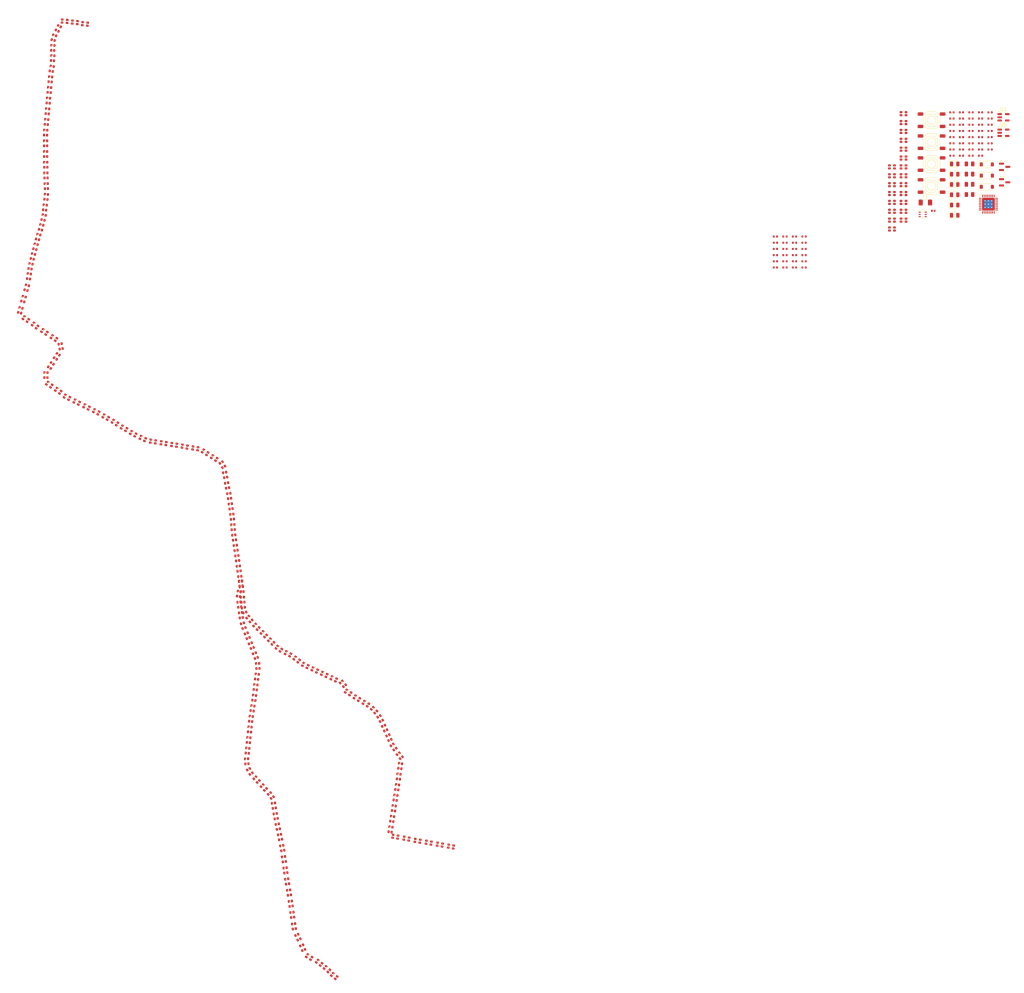
<source format=kicad_pcb>
(kicad_pcb (version 20241229) (generator "pcbnew") (generator_version "9.0")
  (layers (0 "F.Cu" signal) (2 "B.Cu" signal) (13 "F.Paste" user) (15 "B.Paste" user) (5 "F.SilkS" user "F.Silkscreen") (7 "B.SilkS" user "B.Silkscreen") (1 "F.Mask" user) (3 "B.Mask" user) (25 "Edge.Cuts" user))
  (net 0 "")
  (net 1 "VBUS")
  (net 2 "GND")
  (net 3 "+3V3")
  (net 4 "VDD_SPI")
  (net 5 "Net-(C13-Pad1)")
  (net 6 "/Reset")
  (net 7 "+5V")
  (net 8 "Net-(U2-XTAL_N)")
  (net 9 "Net-(C20-Pad1)")
  (net 10 "Net-(Q2-B)")
  (net 11 "/Antenna")
  (net 12 "Net-(AE1-A)")
  (net 13 "Net-(D2-Pad1)")
  (net 14 "Net-(D8-Pad1)")
  (net 15 "/SERVER_LED")
  (net 16 "Net-(D9-Pad1)")
  (net 17 "Net-(D10-Pad1)")
  (net 18 "Net-(D11-Pad1)")
  (net 19 "/WIFI_LED")
  (net 20 "Net-(D12-Pad1)")
  (net 21 "Net-(D100-DOUT)")
  (net 22 "LED_DATA_5V")
  (net 23 "Net-(D101-DOUT)")
  (net 24 "Net-(D102-DOUT)")
  (net 25 "Net-(D103-DOUT)")
  (net 26 "Net-(D104-DOUT)")
  (net 27 "Net-(D105-DOUT)")
  (net 28 "Net-(D106-DOUT)")
  (net 29 "Net-(D107-DOUT)")
  (net 30 "Net-(D108-DOUT)")
  (net 31 "Net-(D109-DOUT)")
  (net 32 "Net-(D110-DOUT)")
  (net 33 "Net-(D111-DOUT)")
  (net 34 "Net-(D112-DOUT)")
  (net 35 "Net-(D113-DOUT)")
  (net 36 "Net-(D114-DOUT)")
  (net 37 "Net-(D115-DOUT)")
  (net 38 "Net-(D116-DOUT)")
  (net 39 "Net-(D117-DOUT)")
  (net 40 "Net-(D118-DOUT)")
  (net 41 "Net-(D119-DOUT)")
  (net 42 "Net-(D120-DOUT)")
  (net 43 "Net-(D121-DOUT)")
  (net 44 "Net-(D122-DOUT)")
  (net 45 "Net-(D123-DOUT)")
  (net 46 "Net-(D124-DOUT)")
  (net 47 "Net-(D125-DOUT)")
  (net 48 "Net-(D126-DOUT)")
  (net 49 "Net-(D127-DOUT)")
  (net 50 "Net-(D128-DOUT)")
  (net 51 "Net-(D129-DOUT)")
  (net 52 "Net-(D130-DOUT)")
  (net 53 "Net-(D131-DOUT)")
  (net 54 "Net-(D132-DOUT)")
  (net 55 "Net-(D133-DOUT)")
  (net 56 "Net-(D134-DOUT)")
  (net 57 "Net-(D135-DOUT)")
  (net 58 "Net-(D136-DOUT)")
  (net 59 "Net-(D137-DOUT)")
  (net 60 "Net-(D138-DOUT)")
  (net 61 "Net-(D139-DOUT)")
  (net 62 "Net-(D140-DOUT)")
  (net 63 "Net-(D141-DOUT)")
  (net 64 "Net-(D142-DOUT)")
  (net 65 "Net-(D143-DOUT)")
  (net 66 "Net-(D144-DOUT)")
  (net 67 "Net-(D145-DOUT)")
  (net 68 "Net-(D146-DOUT)")
  (net 69 "Net-(D147-DOUT)")
  (net 70 "Net-(D148-DOUT)")
  (net 71 "Net-(D149-DOUT)")
  (net 72 "Net-(D150-DOUT)")
  (net 73 "Net-(D151-DOUT)")
  (net 74 "Net-(D152-DOUT)")
  (net 75 "Net-(D153-DOUT)")
  (net 76 "Net-(D154-DOUT)")
  (net 77 "Net-(D155-DOUT)")
  (net 78 "Net-(D156-DOUT)")
  (net 79 "Net-(D157-DOUT)")
  (net 80 "Net-(D158-DOUT)")
  (net 81 "Net-(D159-DOUT)")
  (net 82 "Net-(D160-DOUT)")
  (net 83 "Net-(D161-DOUT)")
  (net 84 "Net-(D162-DOUT)")
  (net 85 "Net-(D163-DOUT)")
  (net 86 "Net-(D164-DOUT)")
  (net 87 "Net-(D165-DOUT)")
  (net 88 "Net-(D166-DOUT)")
  (net 89 "Net-(D167-DOUT)")
  (net 90 "Net-(D168-DOUT)")
  (net 91 "Net-(D169-DOUT)")
  (net 92 "Net-(D170-DOUT)")
  (net 93 "Net-(D171-DOUT)")
  (net 94 "Net-(D172-DOUT)")
  (net 95 "Net-(D173-DOUT)")
  (net 96 "Net-(D174-DOUT)")
  (net 97 "Net-(D175-DOUT)")
  (net 98 "Net-(D176-DOUT)")
  (net 99 "Net-(D177-DOUT)")
  (net 100 "Net-(D178-DOUT)")
  (net 101 "Net-(D179-DOUT)")
  (net 102 "Net-(D180-DOUT)")
  (net 103 "Net-(D181-DOUT)")
  (net 104 "Net-(D182-DOUT)")
  (net 105 "Net-(D183-DOUT)")
  (net 106 "Net-(D184-DOUT)")
  (net 107 "Net-(D185-DOUT)")
  (net 108 "Net-(D186-DOUT)")
  (net 109 "Net-(D187-DOUT)")
  (net 110 "Net-(D188-DOUT)")
  (net 111 "Net-(D189-DOUT)")
  (net 112 "Net-(D190-DOUT)")
  (net 113 "Net-(D191-DOUT)")
  (net 114 "Net-(D192-DOUT)")
  (net 115 "Net-(D193-DOUT)")
  (net 116 "Net-(D194-DOUT)")
  (net 117 "Net-(D195-DOUT)")
  (net 118 "Net-(D196-DOUT)")
  (net 119 "Net-(D197-DOUT)")
  (net 120 "Net-(D198-DOUT)")
  (net 121 "Net-(D199-DOUT)")
  (net 122 "Net-(D200-DOUT)")
  (net 123 "Net-(D201-DOUT)")
  (net 124 "Net-(D202-DOUT)")
  (net 125 "Net-(D203-DOUT)")
  (net 126 "Net-(D204-DOUT)")
  (net 127 "Net-(D205-DOUT)")
  (net 128 "Net-(D206-DOUT)")
  (net 129 "Net-(D207-DOUT)")
  (net 130 "Net-(D208-DOUT)")
  (net 131 "Net-(D209-DOUT)")
  (net 132 "Net-(D210-DOUT)")
  (net 133 "Net-(D211-DOUT)")
  (net 134 "Net-(D212-DOUT)")
  (net 135 "Net-(D213-DOUT)")
  (net 136 "Net-(D214-DOUT)")
  (net 137 "Net-(D215-DOUT)")
  (net 138 "Net-(D216-DOUT)")
  (net 139 "Net-(D217-DOUT)")
  (net 140 "Net-(D218-DOUT)")
  (net 141 "Net-(D219-DOUT)")
  (net 142 "Net-(D220-DOUT)")
  (net 143 "Net-(D221-DOUT)")
  (net 144 "Net-(D222-DOUT)")
  (net 145 "Net-(D223-DOUT)")
  (net 146 "Net-(D224-DOUT)")
  (net 147 "Net-(D225-DOUT)")
  (net 148 "Net-(D226-DOUT)")
  (net 149 "Net-(D227-DOUT)")
  (net 150 "Net-(D228-DOUT)")
  (net 151 "Net-(D229-DOUT)")
  (net 152 "Net-(D230-DOUT)")
  (net 153 "Net-(D231-DOUT)")
  (net 154 "Net-(D232-DOUT)")
  (net 155 "Net-(D233-DOUT)")
  (net 156 "Net-(D234-DOUT)")
  (net 157 "Net-(D235-DOUT)")
  (net 158 "Net-(D236-DOUT)")
  (net 159 "Net-(D237-DOUT)")
  (net 160 "Net-(D238-DOUT)")
  (net 161 "Net-(D239-DOUT)")
  (net 162 "Net-(D240-DOUT)")
  (net 163 "Net-(D241-DOUT)")
  (net 164 "Net-(D242-DOUT)")
  (net 165 "Net-(D243-DOUT)")
  (net 166 "Net-(D244-DOUT)")
  (net 167 "Net-(D245-DOUT)")
  (net 168 "Net-(D246-DOUT)")
  (net 169 "Net-(D247-DOUT)")
  (net 170 "Net-(D248-DOUT)")
  (net 171 "Net-(D249-DOUT)")
  (net 172 "Net-(D250-DOUT)")
  (net 173 "Net-(D251-DOUT)")
  (net 174 "Net-(D252-DOUT)")
  (net 175 "Net-(D253-DOUT)")
  (net 176 "Net-(D254-DOUT)")
  (net 177 "Net-(D255-DOUT)")
  (net 178 "Net-(D256-DOUT)")
  (net 179 "Net-(D257-DOUT)")
  (net 180 "Net-(D258-DOUT)")
  (net 181 "Net-(D259-DOUT)")
  (net 182 "Net-(D260-DOUT)")
  (net 183 "Net-(D261-DOUT)")
  (net 184 "Net-(D262-DOUT)")
  (net 185 "Net-(D263-DOUT)")
  (net 186 "Net-(D264-DOUT)")
  (net 187 "Net-(D265-DOUT)")
  (net 189 "Net-(U2-XTAL_P)")
  (net 190 "Net-(Q1-G)")
  (net 191 "/BOOT_IO9_BUTTON")
  (net 192 "/MODE_BUTTON")
  (net 193 "/SDA")
  (net 194 "/SCL")
  (net 195 "Net-(U2-U0TXD)")
  (net 196 "/MCU_TX")
  (net 197 "Net-(U4-CC1)")
  (net 198 "Net-(U4-CC2)")
  (net 199 "Net-(U5-Y)")
  (net 200 "/LED_POWER_EN")
  (net 201 "/+BRIGHTNESS_BUTTON")
  (net 202 "/-BRIGHTNESS_BUTTON")
  (net 205 "/D+")
  (net 208 "/D-")
  (net 211 "/MCU_RX")
  (net 212 "/LED_DATA_3V3")
  (footprint "PCM_JLCPCB:LED-SMD_4P-L1.6-W1.5_XL-1615RGBC-WS2812B" (layer "F.Cu") (at 163.692356 336.836238 98.12746384)
    (property "Reference" "D239" (hide yes))
    (property "Value" "XL-1615RGBC-WS2812B-S")
  )
  (footprint "PCM_JLCPCB:LED-SMD_4P-L1.6-W1.5_XL-1615RGBC-WS2812B" (layer "F.Cu") (at 194.016653 298.417551 81.06344446)
    (property "Reference" "D196" (hide yes))
    (property "Value" "XL-1615RGBC-WS2812B-S")
  )
  (footprint "PCM_JLCPCB:LED-SMD_4P-L1.6-W1.5_XL-1615RGBC-WS2812B" (layer "F.Cu") (at 112.940565 188.029606 150.6128082)
    (property "Reference" "D147" (hide yes))
    (property "Value" "XL-1615RGBC-WS2812B-S")
  )
  (footprint "PCM_JLCPCB:C_0402" (layer "F.Cu") (at 316.015 138.145)
    (property "Reference" "C122" (hide yes))
    (property "Value" "10uF")
  )
  (footprint "PCM_JLCPCB:C_0402" (layer "F.Cu") (at 363.015 93.645)
    (property "Reference" "C11" (hide yes))
    (property "Value" "10uF")
  )
  (footprint "PCM_JLCPCB:LED-SMD_4P-L1.6-W1.5_XL-1615RGBC-WS2812B" (layer "F.Cu") (at 91.997402 161.086866 146.9379685)
    (property "Reference" "D134" (hide yes))
    (property "Value" "XL-1615RGBC-WS2812B-S")
  )
  (footprint "PCM_JLCPCB:LED-SMD_4P-L1.6-W1.5_XL-1615RGBC-WS2812B" (layer "F.Cu") (at 104.644049 183.113918 152.470955)
    (property "Reference" "D144" (hide yes))
    (property "Value" "XL-1615RGBC-WS2812B-S")
  )
  (footprint "PCM_JLCPCB:LED-SMD_4P-L1.6-W1.5_XL-1615RGBC-WS2812B" (layer "F.Cu") (at 147.630684 233.051525 98.10319137)
    (property "Reference" "D168" (hide yes))
    (property "Value" "XL-1615RGBC-WS2812B-S")
  )
  (footprint "PCM_JLCPCB:LED-SMD_4P-L1.6-W1.5_XL-1615RGBC-WS2812B" (layer "F.Cu") (at 87.301369 130.868916 74.51652283)
    (property "Reference" "D123" (hide yes))
    (property "Value" "XL-1615RGBC-WS2812B-S")
  )
  (footprint "PCM_JLCPCB:LED-SMD_4P-L1.6-W1.5_XL-1615RGBC-WS2812B" (layer "F.Cu") (at 159.539155 310.159405 101.3689561)
    (property "Reference" "D231" (hide yes))
    (property "Value" "XL-1615RGBC-WS2812B-S")
  )
  (footprint "PCM_JLCPCB:LED-SMD_4P-L1.6-W1.5_XL-1615RGBC-WS2812B" (layer "F.Cu") (at 194.513384 295.259596 81.1290161)
    (property "Reference" "D195" (hide yes))
    (property "Value" "XL-1615RGBC-WS2812B-S")
  )
  (footprint "PCM_JLCPCB:LED-SMD_4P-L1.6-W1.5_XL-1615RGBC-WS2812B" (layer "F.Cu") (at 93.323254 68.569362 62.58059565)
    (property "Reference" "D103" (hide yes))
    (property "Value" "XL-1615RGBC-WS2812B-S")
  )
  (footprint "PCM_JLCPCB:C_0402" (layer "F.Cu") (at 313.165 134.445)
    (property "Reference" "C114" (hide yes))
    (property "Value" "10uF")
  )
  (footprint "PCM_JLCPCB:LED-SMD_4P-L1.6-W1.5_XL-1615RGBC-WS2812B" (layer "F.Cu") (at 342.265 123.195)
    (property "Reference" "D251" (hide yes))
    (property "Value" "XL-1615RGBC-WS2812B-S")
  )
  (footprint "PCM_JLCPCB:LED-SMD_4P-L1.6-W1.5_XL-1615RGBC-WS2812B" (layer "F.Cu") (at 154.673372 295.370509 132.1387823)
    (property "Reference" "D226" (hide yes))
    (property "Value" "XL-1615RGBC-WS2812B-S")
  )
  (footprint "PCM_JLCPCB:LED-SMD_4P-L1.6-W1.5_XL-1615RGBC-WS2812B" (layer "F.Cu") (at 149.728691 249.994307 112.5578861)
    (property "Reference" "D211" (hide yes))
    (property "Value" "XL-1615RGBC-WS2812B-S")
  )
  (footprint "PCM_JLCPCB:LED-SMD_4P-L1.6-W1.5_XL-1615RGBC-WS2812B" (layer "F.Cu") (at 207.250627 312.423485 170.0406199)
    (property "Reference" "D204" (hide yes))
    (property "Value" "XL-1615RGBC-WS2812B-S")
  )
  (footprint "PCM_JLCPCB:LED-SMD_4P-L1.6-W1.5_XL-1615RGBC-WS2812B" (layer "F.Cu") (at 345.715 117.895)
    (property "Reference" "D263" (hide yes))
    (property "Value" "XL-1615RGBC-WS2812B-S")
  )
  (footprint "PCM_JLCPCB:LED-SMD_4P-L1.6-W1.5_XL-1615RGBC-WS2812B" (layer "F.Cu") (at 107.472877 184.717217 150.2082359)
    (property "Reference" "D145" (hide yes))
    (property "Value" "XL-1615RGBC-WS2812B-S")
  )
  (footprint "PCM_JLCPCB:LED-SMD_4P-L1.6-W1.5_XL-1615RGBC-WS2812B" (layer "F.Cu") (at 85.021747 139.641083 78.33784625)
    (property "Reference" "D126" (hide yes))
    (property "Value" "XL-1615RGBC-WS2812B-S")
  )
  (footprint "PCM_JLCPCB:LED-SMD_4P-L1.6-W1.5_XL-1615RGBC-WS2812B" (layer "F.Cu") (at 203.925639 311.84331 169.5764176)
    (property "Reference" "D203" (hide yes))
    (property "Value" "XL-1615RGBC-WS2812B-S")
  )
  (footprint "PCM_JLCPCB:C_0402" (layer "F.Cu") (at 365.865 95.495)
    (property "Reference" "C37" (hide yes))
    (property "Value" "1.5pF")
  )
  (footprint "PCM_JLCPCB:LED-SMD_4P-L1.6-W1.5_XL-1615RGBC-WS2812B" (layer "F.Cu") (at 98.822866 180.213723 153.6115789)
    (property "Reference" "D142" (hide yes))
    (property "Value" "XL-1615RGBC-WS2812B-S")
  )
  (footprint "PCM_JLCPCB:LED-SMD_4P-L1.6-W1.5_XL-1615RGBC-WS2812B" (layer "F.Cu") (at 195.415625 288.930696 81.10347487)
    (property "Reference" "D193" (hide yes))
    (property "Value" "XL-1615RGBC-WS2812B-S")
  )
  (footprint "PCM_JLCPCB:LED-SMD_4P-L1.6-W1.5_XL-1615RGBC-WS2812B" (layer "F.Cu") (at 342.265 117.895)
    (property "Reference" "D249" (hide yes))
    (property "Value" "XL-1615RGBC-WS2812B-S")
  )
  (footprint "PCM_JLCPCB:LED-SMD_4P-L1.6-W1.5_XL-1615RGBC-WS2812B" (layer "F.Cu") (at 162.723988 330.079713 98.51548523)
    (property "Reference" "D237" (hide yes))
    (property "Value" "XL-1615RGBC-WS2812B-S")
  )
  (footprint "PCM_JLCPCB:LED-SMD_4P-L1.6-W1.5_XL-1615RGBC-WS2812B" (layer "F.Cu") (at 147.846472 243.878812 98.28748839)
    (property "Reference" "D209" (hide yes))
    (property "Value" "XL-1615RGBC-WS2812B-S")
  )
  (footprint "PCM_JLCPCB:LED-SMD_4P-L1.6-W1.5_XL-1615RGBC-WS2812B" (layer "F.Cu") (at 342.265 112.595)
    (property "Reference" "D247" (hide yes))
    (property "Value" "XL-1615RGBC-WS2812B-S")
  )
  (footprint "PCM_JLCPCB:R_0402" (layer "F.Cu") (at 368.715 106.595)
    (property "Reference" "R15" (hide yes))
    (property "Value" "510Ω" (hide yes))
  )
  (footprint "PCM_JLCPCB:D_0805" (layer "F.Cu") (at 361.005 121.335)
    (property "Reference" "D11" (hide yes))
    (property "Value" "Red")
  )
  (footprint "PCM_JLCPCB:LED-SMD_4P-L1.6-W1.5_XL-1615RGBC-WS2812B" (layer "F.Cu") (at 161.649578 323.440383 99.66526258)
    (property "Reference" "D235" (hide yes))
    (property "Value" "XL-1615RGBC-WS2812B-S")
  )
  (footprint "PCM_JLCPCB:C_0805" (layer "F.Cu") (at 365.435 112.095)
    (property "Reference" "C15" (hide yes))
    (property "Value" "47uF")
  )
  (footprint "PCM_JLCPCB:R_0402" (layer "F.Cu") (at 368.715 93.645)
    (property "Reference" "R5" (hide yes))
    (property "Value" "10kΩ" (hide yes))
  )
  (footprint "PCM_JLCPCB:C_0402" (layer "F.Cu") (at 307.465 130.745)
    (property "Reference" "C100" (hide yes))
    (property "Value" "10uF")
  )
  (footprint "PCM_JLCPCB:C_0402" (layer "F.Cu") (at 316.015 134.445)
    (property "Reference" "C120" (hide yes))
    (property "Value" "10uF")
  )
  (footprint "PCM_JLCPCB:LED-SMD_4P-L1.6-W1.5_XL-1615RGBC-WS2812B" (layer "F.Cu") (at 345.715 101.995)
    (property "Reference" "D257" (hide yes))
    (property "Value" "XL-1615RGBC-WS2812B-S")
  )
  (footprint "PCM_JLCPCB:C_0402" (layer "F.Cu") (at 307.465 139.995)
    (property "Reference" "C105" (hide yes))
    (property "Value" "10uF")
  )
  (footprint "PCM_JLCPCB:LED-SMD_4P-L1.6-W1.5_XL-1615RGBC-WS2812B" (layer "F.Cu") (at 85.72415 136.702827 75.21204263)
    (property "Reference" "D125" (hide yes))
    (property "Value" "XL-1615RGBC-WS2812B-S")
  )
  (footprint "PCM_JLCPCB:LED-SMD_4P-L1.6-W1.5_XL-1615RGBC-WS2812B" (layer "F.Cu") (at 90.956529 83.779071 84.38549827)
    (property "Reference" "D108" (hide yes))
    (property "Value" "XL-1615RGBC-WS2812B-S")
  )
  (footprint "PCM_JLCPCB:LED-SMD_4P-L1.6-W1.5_XL-1615RGBC-WS2812B" (layer "F.Cu") (at 143.723541 205.128108 100.6031237)
    (property "Reference" "D159" (hide yes))
    (property "Value" "XL-1615RGBC-WS2812B-S")
  )
  (footprint "PCM_JLCPCB:LED-SMD_4P-L1.6-W1.5_XL-1615RGBC-WS2812B" (layer "F.Cu") (at 342.265 125.845)
    (property "Reference" "D252" (hide yes))
    (property "Value" "XL-1615RGBC-WS2812B-S")
  )
  (footprint "PCM_JLCPCB:LED-SMD_4P-L1.6-W1.5_XL-1615RGBC-WS2812B" (layer "F.Cu") (at 345.715 125.845)
    (property "Reference" "D266" (hide yes))
    (property "Value" "XL-1615RGBC-WS2812B-S")
  )
  (footprint "PCM_JLCPCB:SW-SMD_4P-L5.1-W5.1-P3.70-LS6.5-TL-2" (layer "F.Cu") (at 354.09 115.645)
    (property "Reference" "S4" (hide yes))
    (property "Value" "Tactile Button, 160gf")
  )
  (footprint "PCM_JLCPCB:R_0402" (layer "F.Cu") (at 365.865 106.595)
    (property "Reference" "R4" (hide yes))
    (property "Value" "5.1kΩ" (hide yes))
  )
  (footprint "PCM_JLCPCB:R_0402" (layer "F.Cu") (at 371.565 97.345)
    (property "Reference" "R18" (hide yes))
    (property "Value" "510Ω" (hide yes))
  )
  (footprint "PCM_JLCPCB:LED-SMD_4P-L1.6-W1.5_XL-1615RGBC-WS2812B" (layer "F.Cu") (at 149.825147 284.35705 84.24120958)
    (property "Reference" "D222" (hide yes))
    (property "Value" "XL-1615RGBC-WS2812B-S")
  )
  (footprint "PCM_JLCPCB:R_0402" (layer "F.Cu") (at 368.715 101.045)
    (property "Reference" "R12" (hide yes))
    (property "Value" "10kΩ" (hide yes))
  )
  (footprint "PCM_JLCPCB:LED-SMD_4P-L1.6-W1.5_XL-1615RGBC-WS2812B" (layer "F.Cu") (at 178.297007 264.389324 130.9644764)
    (property "Reference" "D183" (hide yes))
    (property "Value" "XL-1615RGBC-WS2812B-S")
  )
  (footprint "PCM_JLCPCB:LED-SMD_4P-L1.6-W1.5_XL-1615RGBC-WS2812B" (layer "F.Cu") (at 148.798601 242.348161 106.0182355)
    (property "Reference" "D171" (hide yes))
    (property "Value" "XL-1615RGBC-WS2812B-S")
  )
  (footprint "PCM_JLCPCB:LED-SMD_4P-L1.6-W1.5_XL-1615RGBC-WS2812B" (layer "F.Cu") (at 152.163239 255.940302 111.8528385)
    (property "Reference" "D213" (hide yes))
    (property "Value" "XL-1615RGBC-WS2812B-S")
  )
  (footprint "PCM_JLCPCB:LED-SMD_4P-L1.6-W1.5_XL-1615RGBC-WS2812B" (layer "F.Cu") (at 168.236702 346.008753 147.7613003)
    (property "Reference" "D242" (hide yes))
    (property "Value" "XL-1615RGBC-WS2812B-S")
  )
  (footprint "PCM_JLCPCB:LED-SMD_4P-L1.6-W1.5_XL-1615RGBC-WS2812B" (layer "F.Cu") (at 169.901425 260.241647 154.6232114)
    (property "Reference" "D180" (hide yes))
    (property "Value" "XL-1615RGBC-WS2812B-S")
  )
  (footprint "PCM_JLCPCB:LED-SMD_4P-L1.6-W1.5_XL-1615RGBC-WS2812B" (layer "F.Cu") (at 101.735206 181.660351 153.5247349)
    (property "Reference" "D143" (hide yes))
    (property "Value" "XL-1615RGBC-WS2812B-S")
  )
  (footprint "PCM_JLCPCB:LED-SMD_4P-L1.6-W1.5_XL-1615RGBC-WS2812B" (layer "F.Cu") (at 90.07775 93.316635 85.02138193)
    (property "Reference" "D111" (hide yes))
    (property "Value" "XL-1615RGBC-WS2812B-S")
  )
  (footprint "PCM_JLCPCB:LED-SMD_4P-L1.6-W1.5_XL-1615RGBC-WS2812B" (layer "F.Cu") (at 124.757344 192.480456 171.0046992)
    (property "Reference" "D151" (hide yes))
    (property "Value" "XL-1615RGBC-WS2812B-S")
  )
  (footprint "PCM_JLCPCB:LED-SMD_4P-L1.6-W1.5_XL-1615RGBC-WS2812B" (layer "F.Cu") (at 89.576809 109.291046 90.80866663)
    (property "Reference" "D116" (hide yes))
    (property "Value" "XL-1615RGBC-WS2812B-S")
  )
  (footprint "PCM_JLCPCB:LED-SMD_4P-L1.6-W1.5_XL-1615RGBC-WS2812B" (layer "F.Cu") (at 182.491111 268.673436 148.4356006)
    (property "Reference" "D185" (hide yes))
    (property "Value" "XL-1615RGBC-WS2812B-S")
  )
  (footprint "Fuse:Fuse_1206_3216Metric" (layer "F.Cu") (at 352.245 120.575)
    (property "Reference" "F1")
    (property "Value" "Polyfuse, 2A")
  )
  (footprint "PCM_JLCPCB:C_0402" (layer "F.Cu") (at 363.015 102.895)
    (property "Reference" "C19" (hide yes))
    (property "Value" "27pF")
  )
  (footprint "PCM_JLCPCB:LED-SMD_4P-L1.6-W1.5_XL-1615RGBC-WS2812B" (layer "F.Cu") (at 195.276953 285.86414 127.8353683)
    (property "Reference" "D192" (hide yes))
    (property "Value" "XL-1615RGBC-WS2812B-S")
  )
  (footprint "PCM_JLCPCB:LED-SMD_4P-L1.6-W1.5_XL-1615RGBC-WS2812B" (layer "F.Cu") (at 342.265 115.245)
    (property "Reference" "D248" (hide yes))
    (property "Value" "XL-1615RGBC-WS2812B-S")
  )
  (footprint "PCM_JLCPCB:LED-SMD_4P-L1.6-W1.5_XL-1615RGBC-WS2812B" (layer "F.Cu") (at 152.891013 259.053127 93.57392775)
    (property "Reference" "D214" (hide yes))
    (property "Value" "XL-1615RGBC-WS2812B-S")
  )
  (footprint "PCM_JLCPCB:D_0805" (layer "F.Cu") (at 361.005 109.055)
    (property "Reference" "D2" (hide yes))
    (property "Value" "Red")
  )
  (footprint "Package_TO_SOT_SMD:TSOT-23-5" (layer "F.Cu") (at 375.565 95.12)
    (property "Reference" "U1")
    (property "Value" "RT9080-33GJ5")
  )
  (footprint "PCM_JLCPCB:LED-SMD_4P-L1.6-W1.5_XL-1615RGBC-WS2812B" (layer "F.Cu") (at 342.265 109.945)
    (property "Reference" "D246" (hide yes))
    (property "Value" "XL-1615RGBC-WS2812B-S")
  )
  (footprint "PCM_JLCPCB:L_0402" (layer "F.Cu") (at 365.865 99.195)
    (property "Reference" "L5" (hide yes))
    (property "Value" "15nH,300mA")
  )
  (footprint "PCM_JLCPCB:LED-SMD_4P-L1.6-W1.5_XL-1615RGBC-WS2812B" (layer "F.Cu") (at 164.874021 340.066038 115.5921377)
    (property "Reference" "D240" (hide yes))
    (property "Value" "XL-1615RGBC-WS2812B-S")
  )
  (footprint "PCM_JLCPCB:LED-SMD_4P-L1.6-W1.5_XL-1615RGBC-WS2812B" (layer "F.Cu") (at 143.152896 201.982083 102.06966)
    (property "Reference" "D158" (hide yes))
    (property "Value" "XL-1615RGBC-WS2812B-S")
  )
  (footprint "PCM_JLCPCB:C_0402" (layer "F.Cu") (at 360.165 104.745)
    (property "Reference" "C8" (hide yes))
    (property "Value" "10uF")
  )
  (footprint "PCM_JLCPCB:LED-SMD_4P-L1.6-W1.5_XL-1615RGBC-WS2812B" (layer "F.Cu") (at 147.252139 237.507594 80.05628013)
    (property "Reference" "D207" (hide yes))
    (property "Value" "XL-1615RGBC-WS2812B-S")
  )
  (footprint "PCM_JLCPCB:LED-SMD_4P-L1.6-W1.5_XL-1615RGBC-WS2812B" (layer "F.Cu") (at 171.212828 347.745772 141.0366459)
    (property "Reference" "D243" (hide yes))
    (property "Value" "XL-1615RGBC-WS2812B-S")
  )
  (footprint "PCM_JLCPCB:LED-SMD_4P-L1.6-W1.5_XL-1615RGBC-WS2812B" (layer "F.Cu") (at 139.864513 196.927005 147.6189304)
    (property "Reference" "D156" (hide yes))
    (property "Value" "XL-1615RGBC-WS2812B-S")
  )
  (footprint "PCM_JLCPCB:LED-SMD_4P-L1.6-W1.5_XL-1615RGBC-WS2812B" (layer "F.Cu") (at 89.624594 172.1399 88.79770322)
    (property "Reference" "D138" (hide yes))
    (property "Value" "XL-1615RGBC-WS2812B-S")
  )
  (footprint "PCM_JLCPCB:LED-SMD_4P-L1.6-W1.5_XL-1615RGBC-WS2812B" (layer "F.Cu") (at 94.023355 163.549864 101.2762242)
    (property "Reference" "D135" (hide yes))
    (property "Value" "XL-1615RGBC-WS2812B-S")
  )
  (footprint "PCM_JLCPCB:LED-SMD_4P-L1.6-W1.5_XL-1615RGBC-WS2812B" (layer "F.Cu") (at 164.510122 257.124369 142.8170126)
    (property "Reference" "D178" (hide yes))
    (property "Value" "XL-1615RGBC-WS2812B-S")
  )
  (footprint "PCM_JLCPCB:LED-SMD_4P-L1.6-W1.5_XL-1615RGBC-WS2812B" (layer "F.Cu") (at 179.870442 266.963516 147.7560515)
    (property "Reference" "D184" (hide yes))
    (property "Value" "XL-1615RGBC-WS2812B-S")
  )
  (footprint "PCM_JLCPCB:R_0402" (layer "F.Cu") (at 368.715 97.345)
    (property "Reference" "R8" (hide yes))
    (property "Value" "10kΩ" (hide yes))
  )
  (footprint "PCM_JLCPCB:LED-SMD_4P-L1.6-W1.5_XL-1615RGBC-WS2812B" (layer "F.Cu") (at 146.762998 226.858967 98.51157777)
    (property "Reference" "D166" (hide yes))
    (property "Value" "XL-1615RGBC-WS2812B-S")
  )
  (footprint "PCM_JLCPCB:LED-SMD_4P-L1.6-W1.5_XL-1615RGBC-WS2812B" (layer "F.Cu") (at 151.316732 271.70545 80.65080173)
    (property "Reference" "D218" (hide yes))
    (property "Value" "XL-1615RGBC-WS2812B-S")
  )
  (footprint "PCM_JLCPCB:LED-SMD_4P-L1.6-W1.5_XL-1615RGBC-WS2812B" (layer "F.Cu") (at 121.599139 191.980962 171.0132219)
    (property "Reference" "D150" (hide yes))
    (property "Value" "XL-1615RGBC-WS2812B-S")
  )
  (footprint "PCM_JLCPCB:C_0402" (layer "F.Cu") (at 360.165 97.345)
    (property "Reference" "C3" (hide yes))
    (property "Value" "10uF")
  )
  (footprint "PCM_JLCPCB:C_0402" (layer "F.Cu") (at 307.465 138.145)
    (property "Reference" "C104" (hide yes))
    (property "Value" "10uF")
  )
  (footprint "PCM_JLCPCB:LED-SMD_4P-L1.6-W1.5_XL-1615RGBC-WS2812B" (layer "F.Cu") (at 145.232662 214.452911 96.86927449)
    (property "Reference" "D162" (hide yes))
    (property "Value" "XL-1615RGBC-WS2812B-S")
  )
  (footprint "PCM_JLCPCB:LED-SMD_4P-L1.6-W1.5_XL-1615RGBC-WS2812B" (layer "F.Cu") (at 197.286235 310.63083 169.6712327)
    (property "Reference" "D201" (hide yes))
    (property "Value" "XL-1615RGBC-WS2812B-S")
  )
  (footprint "PCM_JLCPCB:LED-SMD_4P-L1.6-W1.5_XL-1615RGBC-WS2812B" (layer "F.Cu") (at 89.70291 118.881942 84.03570919)
    (property "Reference" "D119" (hide yes))
    (property "Value" "XL-1615RGBC-WS2812B-S")
  )
  (footprint "PCM_JLCPCB:LED-SMD_4P-L1.6-W1.5_XL-1615RGBC-WS2812B" (layer "F.Cu") (at 144.799242 211.356561 98.14852017)
    (property "Reference" "D161" (hide yes))
    (property "Value" "XL-1615RGBC-WS2812B-S")
  )
  (footprint "PCM_JLCPCB:C_0402" (layer "F.Cu") (at 313.165 138.145)
    (property "Reference" "C116" (hide yes))
    (property "Value" "10uF")
  )
  (footprint "PCM_JLCPCB:LED-SMD_4P-L1.6-W1.5_XL-1615RGBC-WS2812B" (layer "F.Cu") (at 345.715 112.595)
    (property "Reference" "D261" (hide yes))
    (property "Value" "XL-1615RGBC-WS2812B-S")
  )
  (footprint "PCM_JLCPCB:LED-SMD_4P-L1.6-W1.5_XL-1615RGBC-WS2812B" (layer "F.Cu") (at 166.290003 343.225389 113.6225351)
    (property "Reference" "D241" (hide yes))
    (property "Value" "XL-1615RGBC-WS2812B-S")
  )
  (footprint "PCM_JLCPCB:LED-SMD_4P-L1.6-W1.5_XL-1615RGBC-WS2812B" (layer "F.Cu") (at 189.438371 274.775415 118.6199515)
    (property "Reference" "D188" (hide yes))
    (property "Value" "XL-1615RGBC-WS2812B-S")
  )
  (footprint "PCM_JLCPCB:R_0402" (layer "F.Cu") (at 371.565 104.745)
    (property "Reference" "R25" (hide yes))
    (property "Value" "100kΩ" (hide yes))
  )
  (footprint "PCM_JLCPCB:C_0402" (layer "F.Cu") (at 310.315 130.745)
    (property "Reference" "C106" (hide yes))
    (property "Value" "10uF")
  )
  (footprint "PCM_JLCPCB:Lite-On_LTR-303ALS-01" (layer "F.Cu") (at 351.445 124.13)
    (property "Reference" "U3" (hide yes))
    (property "Value" "LTR-303ALS-01")
  )
  (footprint "PCM_JLCPCB:LED-SMD_4P-L1.6-W1.5_XL-1615RGBC-WS2812B" (layer "F.Cu") (at 150.847312 274.852869 83.01122779)
    (property "Reference" "D219" (hide yes))
    (property "Value" "XL-1615RGBC-WS2812B-S")
  )
  (footprint "PCM_JLCPCB:LED-SMD_4P-L1.6-W1.5_XL-1615RGBC-WS2812B" (layer "F.Cu") (at 89.325854 122.058093 83.13298065)
    (property "Reference" "D120" (hide yes))
    (property "Value" "XL-1615RGBC-WS2812B-S")
  )
  (footprint "PCM_JLCPCB:LED-SMD_4P-L1.6-W1.5_XL-1615RGBC-WS2812B" (layer "F.Cu") (at 150.495919 278.016108 83.66558471)
    (property "Reference" "D220" (hide yes))
    (property "Value" "XL-1615RGBC-WS2812B-S")
  )
  (footprint "PCM_JLCPCB:LED-SMD_4P-L1.6-W1.5_XL-1615RGBC-WS2812B" (layer "F.Cu") (at 147.18662 229.956608 98.16736486)
    (property "Reference" "D167" (hide yes))
    (property "Value" "XL-1615RGBC-WS2812B-S")
  )
  (footprint "PCM_JLCPCB:LED-SMD_4P-L1.6-W1.5_XL-1615RGBC-WS2812B" (layer "F.Cu") (at 90.656999 86.954129 84.78124593)
    (property "Reference" "D109" (hide yes))
    (property "Value" "XL-1615RGBC-WS2812B-S")
  )
  (footprint "PCM_JLCPCB:LED-SMD_4P-L1.6-W1.5_XL-1615RGBC-WS2812B" (layer "F.Cu") (at 148.542835 247.009141 108.8115517)
    (property "Reference" "D210" (hide yes))
    (property "Value" "XL-1615RGBC-WS2812B-S")
  )
  (footprint "PCM_JLCPCB:C_0402" (layer "F.Cu") (at 313.165 130.745)
    (property "Reference" "C112" (hide yes))
    (property "Value" "10uF")
  )
  (footprint "PCM_JLCPCB:LED-SMD_4P-L1.6-W1.5_XL-1615RGBC-WS2812B" (layer "F.Cu") (at 162.22131 326.754311 98.63659136)
    (property "Reference" "D236" (hide yes))
    (property "Value" "XL-1615RGBC-WS2812B-S")
  )
  (footprint "PCM_JLCPCB:LED-SMD_4P-L1.6-W1.5_XL-1615RGBC-WS2812B" (layer "F.Cu") (at 161.90399 255.40964 152.7638843)
    (property "Reference" "D177" (hide yes))
    (property "Value" "XL-1615RGBC-WS2812B-S")
  )
  (footprint "PCM_JLCPCB:R_0402" (layer "F.Cu") (at 368.715 104.745)
    (property "Reference" "R14" (hide yes))
    (property "Value" "5.1kΩ" (hide yes))
  )
  (footprint "PCM_JLCPCB:D_0805" (layer "F.Cu") (at 361.005 112.125)
    (property "Reference" "D8" (hide yes))
    (property "Value" "Green")
  )
  (footprint "PCM_JLCPCB:LED-SMD_4P-L1.6-W1.5_XL-1615RGBC-WS2812B" (layer "F.Cu") (at 89.166805 159.24107 146.7864693)
    (property "Reference" "D133" (hide yes))
    (property "Value" "XL-1615RGBC-WS2812B-S")
  )
  (footprint "PCM_JLCPCB:C_0402" (layer "F.Cu") (at 310.315 134.445)
    (property "Reference" "C108" (hide yes))
    (property "Value" "10uF")
  )
  (footprint "PCM_JLCPCB:LED-SMD_4P-L1.6-W1.5_XL-1615RGBC-WS2812B" (layer "F.Cu") (at 342.265 120.545)
    (property "Reference" "D250" (hide yes))
    (property "Value" "XL-1615RGBC-WS2812B-S")
  )
  (footprint "PCM_JLCPCB:C_0402" (layer "F.Cu") (at 360.165 93.645)
    (property "Reference" "C1" (hide yes))
    (property "Value" "10uF")
  )
  (footprint "PCM_JLCPCB:LED-SMD_4P-L1.6-W1.5_XL-1615RGBC-WS2812B" (layer "F.Cu") (at 89.628693 112.490252 91.79897092)
    (property "Reference" "D117" (hide yes))
    (property "Value" "XL-1615RGBC-WS2812B-S")
  )
  (footprint "PCM_JLCPCB:LED-SMD_4P-L1.6-W1.5_XL-1615RGBC-WS2812B" (layer "F.Cu") (at 175.566721 262.904573 154.7982169)
    (property "Reference" "D182" (hide yes))
    (property "Value" "XL-1615RGBC-WS2812B-S")
  )
  (footprint "PCM_JLCPCB:D_SOD-123" (layer "F.Cu") (at 370.595 115.895)
    (property "Reference" "D5" (hide yes))
    (property "Value" "MM1W5V6")
  )
  (footprint "PCM_JLCPCB:LED-SMD_4P-L1.6-W1.5_XL-1615RGBC-WS2812B" (layer "F.Cu") (at 95.21573 66.414586 -3.925809971)
    (property "Reference" "D102" (hide yes))
    (property "Value" "XL-1615RGBC-WS2812B-S")
  )
  (footprint "PCM_JLCPCB:LED-SMD_4P-L1.6-W1.5_XL-1615RGBC-WS2812B" (layer "F.Cu") (at 89.539174 106.09176 90.12443276)
    (property "Reference" "D115" (hide yes))
    (property "Value" "XL-1615RGBC-WS2812B-S")
  )
  (footprint "PCM_JLCPCB:LED-SMD_4P-L1.6-W1.5_XL-1615RGBC-WS2812B" (layer "F.Cu") (at 86.372275 157.343628 142.3323344)
    (property "Reference" "D132" (hide yes))
    (property "Value" "XL-1615RGBC-WS2812B-S")
  )
  (footprint "PCM_JLCPCB:LED-SMD_4P-L1.6-W1.5_XL-1615RGBC-WS2812B" (layer "F.Cu") (at 89.737602 115.686868 91.9772127)
    (property "Reference" "D118" (hide yes))
    (property "Value" "XL-1615RGBC-WS2812B-S")
  )
  (footprint "PCM_JLCPCB:C_0402" (layer "F.Cu") (at 316.015 130.745)
    (property "Reference" "C118" (hide yes))
    (property "Value" "10uF")
  )
  (footprint "PCM_JLCPCB:LED-SMD_4P-L1.6-W1.5_XL-1615RGBC-WS2812B" (layer "F.Cu") (at 193.518316 301.575252 80.93862963)
    (property "Reference" "D197" (hide yes))
    (property "Value" "XL-1615RGBC-WS2812B-S")
  )
  (footprint "PCM_JLCPCB:LED-SMD_4P-L1.6-W1.5_XL-1615RGBC-WS2812B" (layer "F.Cu") (at 192.525184 307.891209 80.87896875)
    (property "Reference" "D199" (hide yes))
    (property "Value" "XL-1615RGBC-WS2812B-S")
  )
  (footprint "PCM_JLCPCB:LED-SMD_4P-L1.6-W1.5_XL-1615RGBC-WS2812B" (layer "F.Cu") (at 146.295218 223.767575 98.63629163)
    (property "Reference" "D165" (hide yes))
    (property "Value" "XL-1615RGBC-WS2812B-S")
  )
  (footprint "PCM_JLCPCB:LED-SMD_4P-L1.6-W1.5_XL-1615RGBC-WS2812B" (layer "F.Cu") (at 159.176389 253.888879 143.918763)
    (property "Reference" "D176" (hide yes))
    (property "Value" "XL-1615RGBC-WS2812B-S")
  )
  (footprint "PCM_JLCPCB:LED-SMD_4P-L1.6-W1.5_XL-1615RGBC-WS2812B" (layer "F.Cu") (at 175.710192 351.697857 140.9270439)
    (property "Reference" "D245" (hide yes))
    (property "Value" "XL-1615RGBC-WS2812B-S")
  )
  (footprint "PCM_JLCPCB:LED-SMD_4P-L1.6-W1.5_XL-1615RGBC-WS2812B" (layer "F.Cu") (at 83.608398 155.402115 146.3683831)
    (property "Reference" "D131" (hide yes))
    (property "Value" "XL-1615RGBC-WS2812B-S")
  )
  (footprint "PCM_JLCPCB:LED-SMD_4P-L1.6-W1.5_XL-1615RGBC-WS2812B" (layer "F.Cu") (at 152.464893 247.342206 134.6552759)
    (property "Reference" "D173" (hide yes))
    (property "Value" "XL-1615RGBC-WS2812B-S")
  )
  (footprint "PCM_JLCPCB:C_0402" (layer "F.Cu") (at 307.465 132.595)
    (property "Reference" "C101" (hide yes))
    (property "Value" "10uF")
  )
  (footprint "PCM_JLCPCB:LED-SMD_4P-L1.6-W1.5_XL-1615RGBC-WS2812B" (layer "F.Cu") (at 147.819387 234.374107 95.2938331)
    (property "Reference" "D206" (hide yes))
    (property "Value" "XL-1615RGBC-WS2812B-S")
  )
  (footprint "PCM_JLCPCB:C_0402" (layer "F.Cu") (at 313.165 139.995)
    (property "Reference" "C117" (hide yes))
    (property "Value" "10uF")
  )
  (footprint "PCM_JLCPCB:LED-SMD_4P-L1.6-W1.5_XL-1615RGBC-WS2812B" (layer "F.Cu") (at 154.678462 249.550322 135.1034712)
    (property "Reference" "D174" (hide yes))
    (property "Value" "XL-1615RGBC-WS2812B-S")
  )
  (footprint "PCM_JLCPCB:C_0402" (layer "F.Cu") (at 363.015 95.495)
    (property "Reference" "C12" (hide yes))
    (property "Value" "10uF")
  )
  (footprint "PCM_JLCPCB:LED-SMD_4P-L1.6-W1.5_XL-1615RGBC-WS2812B" (layer "F.Cu") (at 152.632274 262.249554 82.54976327)
    (property "Reference" "D215" (hide yes))
    (property "Value" "XL-1615RGBC-WS2812B-S")
  )
  (footprint "PCM_JLCPCB:C_0402" (layer "F.Cu") (at 360.165 101.045)
    (property "Reference" "C6" (hide yes))
    (property "Value" "10uF")
  )
  (footprint "PCM_JLCPCB:LED-SMD_4P-L1.6-W1.5_XL-1615RGBC-WS2812B" (layer "F.Cu") (at 150.501357 290.559836 120.5511233)
    (property "Reference" "D224" (hide yes))
    (property "Value" "XL-1615RGBC-WS2812B-S")
  )
  (footprint "PCM_JLCPCB:LED-SMD_4P-L1.6-W1.5_XL-1615RGBC-WS2812B" (layer "F.Cu") (at 345.715 99.345)
    (property "Reference" "D256" (hide yes))
    (property "Value" "XL-1615RGBC-WS2812B-S")
  )
  (footprint "PCM_JLCPCB:R_0402" (layer "F.Cu") (at 371.565 102.895)
    (property "Reference" "R23" (hide yes))
    (property "Value" "100kΩ" (hide yes))
  )
  (footprint "PCM_JLCPCB:LED-SMD_4P-L1.6-W1.5_XL-1615RGBC-WS2812B" (layer "F.Cu") (at 150.948938 252.966077 112.2452438)
    (property "Reference" "D212" (hide yes))
    (property "Value" "XL-1615RGBC-WS2812B-S")
  )
  (footprint "PCM_JLCPCB:LED-SMD_4P-L1.6-W1.5_XL-1615RGBC-WS2812B" (layer "F.Cu") (at 91.635973 77.444215 85.1941953)
    (property "Reference" "D106" (hide yes))
    (property "Value" "XL-1615RGBC-WS2812B-S")
  )
  (footprint "PCM_JLCPCB:LED-SMD_4P-L1.6-W1.5_XL-1615RGBC-WS2812B" (layer "F.Cu") (at 156.8933 251.757175 135.1034672)
    (property "Reference" "D175" (hide yes))
    (property "Value" "XL-1615RGBC-WS2812B-S")
  )
  (footprint "PCM_JLCPCB:LED-SMD_4P-L1.6-W1.5_XL-1615RGBC-WS2812B" (layer "F.Cu") (at 161.158119 320.113471 98.08043656)
    (property "Reference" "D234" (hide yes))
    (property "Value" "XL-1615RGBC-WS2812B-S")
  )
  (footprint "PCM_JLCPCB:D_0805" (layer "F.Cu") (at 361.005 118.265)
    (property "Reference" "D10" (hide yes))
    (property "Value" "Red")
  )
  (footprint "PCM_JLCPCB:LED-SMD_4P-L1.6-W1.5_XL-1615RGBC-WS2812B" (layer "F.Cu") (at 82.928037 149.4232 73.84671352)
    (property "Reference" "D129" (hide yes))
    (property "Value" "XL-1615RGBC-WS2812B-S")
  )
  (footprint "PCM_JLCPCB:LED-SMD_4P-L1.6-W1.5_XL-1615RGBC-WS2812B" (layer "F.Cu") (at 172.73465 261.571794 154.7982156)
    (property "Reference" "D181" (hide yes))
    (property "Value" "XL-1615RGBC-WS2812B-S")
  )
  (footprint "PCM_JLCPCB:LED-SMD_4P-L1.6-W1.5_XL-1615RGBC-WS2812B" (layer "F.Cu") (at 145.494467 217.568136 94.03358939)
    (property "Reference" "D163" (hide yes))
    (property "Value" "XL-1615RGBC-WS2812B-S")
  )
  (footprint "PCM_JLCPCB:LED-SMD_4P-L1.6-W1.5_XL-1615RGBC-WS2812B" (layer "F.Cu") (at 150.378655 245.014486 130.5755037)
    (property "Reference" "D172" (hide yes))
    (property "Value" "XL-1615RGBC-WS2812B-S")
  )
  (footprint "PCM_JLCPCB:LED-SMD_4P-L1.6-W1.5_XL-1615RGBC-WS2812B" (layer "F.Cu") (at 131.068623 193.508611 169.0429975)
    (property "Reference" "D153" (hide yes))
    (property "Value" "XL-1615RGBC-WS2812B-S")
  )
  (footprint "PCM_JLCPCB:C_0402" (layer "F.Cu") (at 363.015 104.745)
    (property "Reference" "C20" (hide yes))
    (property "Value" "27pF")
  )
  (footprint "PCM_JLCPCB:LED-SMD_4P-L1.6-W1.5_XL-1615RGBC-WS2812B" (layer "F.Cu") (at 163.201848 333.40875 98.15190455)
    (property "Reference" "D238" (hide yes))
    (property "Value" "XL-1615RGBC-WS2812B-S")
  )
  (footprint "PCM_JLCPCB:LED-SMD_4P-L1.6-W1.5_XL-1615RGBC-WS2812B" (layer "F.Cu") (at 158.239448 303.916761 100.80507)
    (property "Reference" "D229" (hide yes))
    (property "Value" "XL-1615RGBC-WS2812B-S")
  )
  (footprint "PCM_JLCPCB:LED-SMD_4P-L1.6-W1.5_XL-1615RGBC-WS2812B" (layer "F.Cu") (at 144.354384 208.261759 98.06374596)
    (property "Reference" "D160" (hide yes))
    (property "Value" "XL-1615RGBC-WS2812B-S")
  )
  (footprint "PCM_JLCPCB:LED-SMD_4P-L1.6-W1.5_XL-1615RGBC-WS2812B" (layer "F.Cu") (at 110.230025 186.335057 147.2192686)
    (property "Reference" "D146" (hide yes))
    (property "Value" "XL-1615RGBC-WS2812B-S")
  )
  (footprint "PCM_JLCPCB:LED-SMD_4P-L1.6-W1.5_XL-1615RGBC-WS2812B" (layer "F.Cu") (at 92.863337 166.568272 57.01815436)
    (property "Reference" "D136" (hide yes))
    (property "Value" "XL-1615RGBC-WS2812B-S")
  )
  (footprint "PCM_JLCPCB:R_0402" (layer "F.Cu") (at 365.865 101.045)
    (property "Reference" "R1" (hide yes))
    (property "Value" "10kΩ" (hide yes))
  )
  (footprint "PCM_JLCPCB:C_0402" (layer "F.Cu") (at 310.315 139.995)
    (property "Reference" "C111" (hide yes))
    (property "Value" "10uF")
  )
  (footprint "PCM_JLCPCB:LED-SMD_4P-L1.6-W1.5_XL-1615RGBC-WS2812B" (layer "F.Cu") (at 192.045027 280.465907 113.6678496)
    (property "Reference" "D190" (hide yes))
    (property "Value" "XL-1615RGBC-WS2812B-S")
  )
  (footprint "PCM_JLCPCB:LED-SMD_4P-L1.6-W1.5_XL-1615RGBC-WS2812B" (layer "F.Cu") (at 156.789178 297.753961 125.5040293)
    (property "Reference" "D227" (hide yes))
    (property "Value" "XL-1615RGBC-WS2812B-S")
  )
  (footprint "PCM_JLCPCB:LED-SMD_4P-L1.6-W1.5_XL-1615RGBC-WS2812B" (layer "F.Cu") (at 93.298723 176.840354 145.0336554)
    (property "Reference" "D140" (hide yes))
    (property "Value" "XL-1615RGBC-WS2812B-S")
  )
  (footprint "PCM_JLCPCB:LED-SMD_4P-L1.6-W1.5_XL-1615RGBC-WS2812B" (layer "F.Cu") (at 210.575446 313.00449 170.0363202)
    (property "Reference" "D205" (hide yes))
    (property "Value" "XL-1615RGBC-WS2812B-S")
  )
  (footprint "PCM_JLCPCB:C_0402" (layer "F.Cu") (at 363.015 101.045)
    (property "Reference" "C16" (hide yes))
    (property "Value" "10uF")
  )
  (footprint "PCM_JLCPCB:LED-SMD_4P-L1.6-W1.5_XL-1615RGBC-WS2812B" (layer "F.Cu") (at 91.349072 80.619053 78.58938346)
    (property "Reference" "D107" (hide yes))
    (property "Value" "XL-1615RGBC-WS2812B-S")
  )
  (footprint "PCM_JLCPCB:LED-SMD_4P-L1.6-W1.5_XL-1615RGBC-WS2812B" (layer "F.Cu") (at 98.266598 66.746528 -6.194729446)
    (property "Reference" "D101" (hide yes))
    (property "Value" "XL-1615RGBC-WS2812B-S")
  )
  (footprint "PCM_JLCPCB:LED-SMD_4P-L1.6-W1.5_XL-1615RGBC-WS2812B" (layer "F.Cu") (at 185.156642 270.31412 148.6670891)
    (property "Reference" "D186" (hide yes))
    (property "Value" "XL-1615RGBC-WS2812B-S")
  )
  (footprint "PCM_JLCPCB:C_0402" (layer "F.Cu") (at 316.015 139.995)
    (property "Reference" "C123" (hide yes))
    (property "Value" "10uF")
  )
  (footprint "PCM_JLCPCB:C_0805" (layer "F.Cu") (at 365.435 118.195)
    (property "Reference" "C18" (hide yes))
    (property "Value" "47uF")
  )
  (footprint "PCM_JLCPCB:C_0402" (layer "F.Cu") (at 307.465 134.445)
    (property "Reference" "C102" (hide yes))
    (property "Value" "10uF")
  )
  (footprint "Package_TO_SOT_SMD:SOT-23-5" (layer "F.Cu") (at 375.565 99.745)
    (property "Reference" "U5")
    (property "Value" "SN74LV1T34DBV")
  )
  (footprint "PCM_JLCPCB:LED-SMD_4P-L1.6-W1.5_XL-1615RGBC-WS2812B" (layer "F.Cu") (at 149.595237 287.533854 93.84639038)
    (property "Reference" "D223" (hide yes))
    (property "Value" "XL-1615RGBC-WS2812B-S")
  )
  (footprint "PCM_JLCPCB:C_0402" (layer "F.Cu") (at 313.165 136.295)
    (property "Reference" "C115" (hide yes))
    (property "Value" "10uF")
  )
  (footprint "PCM_JLCPCB:C_0402" (layer "F.Cu") (at 313.165 132.595)
    (property "Reference" "C113" (hide yes))
    (property "Value" "10uF")
  )
  (footprint "PCM_JLCPCB:C_0402" (layer "F.Cu") (at 360.165 106.595)
    (property "Reference" "C9" (hide yes))
    (property "Value" "10uF")
  )
  (footprint "PCM_JLCPCB:D_SOD-123" (layer "F.Cu") (at 370.595 112.545)
    (property "Reference" "D4" (hide yes))
    (property "Value" "MM1W5V6")
  )
  (footprint "PCM_JLCPCB:L_0402" (layer "F.Cu") (at 365.865 97.345)
    (property "Reference" "L1" (hide yes))
    (property "Value" "2.7nH")
  )
  (footprint "PCM_JLCPCB:D_DFN1006-2L" (layer "F.Cu") (at 354.6 123.055)
    (property "Reference" "D13" (hide yes))
    (property "Value" "H3V3U10B")
  )
  (footprint "PCM_JLCPCB:SW-SMD_4P-L5.1-W5.1-P3.70-LS6.5-TL-2" (layer "F.Cu") (at 354.09 95.995)
    (property "Reference" "S1" (hide yes))
    (property "Value" "Tactile Button, 160gf")
  )
  (footprint "PCM_JLCPCB:LED-SMD_4P-L1.6-W1.5_XL-1615RGBC-WS2812B" (layer "F.Cu") (at 81.976741 152.791939 74.30050514)
    (property "Reference" "D130" (hide yes))
    (property "Value" "XL-1615RGBC-WS2812B-S")
  )
  (footprint "PCM_JLCPCB:LED-SMD_4P-L1.6-W1.5_XL-1615RGBC-WS2812B" (layer "F.Cu") (at 345.715 94.045)
    (property "Reference" "D254" (hide yes))
    (property "Value" "XL-1615RGBC-WS2812B-S")
  )
  (footprint "PCM_JLCPCB:LED-SMD_4P-L1.6-W1.5_XL-1615RGBC-WS2812B" (layer "F.Cu") (at 88.935957 125.053464 76.21137872)
    (property "Reference" "D121" (hide yes))
    (property "Value" "XL-1615RGBC-WS2812B-S")
  )
  (footprint "PCM_JLCPCB:LED-SMD_4P-L1.6-W1.5_XL-1615RGBC-WS2812B" (layer "F.Cu") (at 194.975399 292.096668 83.2909022)
    (property "Reference" "D194" (hide yes))
    (property "Value" "XL-1615RGBC-WS2812B-S")
  )
  (footprint "PCM_JLCPCB:C_0805" (layer "F.Cu") (at 365.435 115.145)
    (property "Reference" "C17" (hide yes))
    (property "Value" "47uF")
  )
  (footprint "PCM_JLCPCB:LED-SMD_4P-L1.6-W1.5_XL-1615RGBC-WS2812B" (layer "F.Cu") (at 200.597263 311.282925 170.0417444)
    (property "Reference" "D202" (hide yes))
    (property "Value" "XL-1615RGBC-WS2812B-S")
  )
  (footprint "PCM_JLCPCB:LED-SMD_4P-L1.6-W1.5_XL-1615RGBC-WS2812B" (layer "F.Cu") (at 91.093262 169.296141 56.94907978)
    (property "Reference" "D137" (hide yes))
    (property "Value" "XL-1615RGBC-WS2812B-S")
  )
  (footprint "PCM_JLCPCB:LED-SMD_4P-L1.6-W1.5_XL-1615RGBC-WS2812B" (layer "F.Cu") (at 193.421718 283.261026 125.0796571)
    (property "Reference" "D191" (hide yes))
    (property "Value" "XL-1615RGBC-WS2812B-S")
  )
  (footprint "PCM_JLCPCB:LED-SMD_4P-L1.6-W1.5_XL-1615RGBC-WS2812B" (layer "F.Cu") (at 137.165366 195.212841 147.555593)
    (property "Reference" "D155" (hide yes))
    (property "Value" "XL-1615RGBC-WS2812B-S")
  )
  (footprint "PCM_JLCPCB:LED-SMD_4P-L1.6-W1.5_XL-1615RGBC-WS2812B" (layer "F.Cu") (at 84.551868 142.625298 81.8391779)
    (property "Reference" "D127" (hide yes))
    (property "Value" "XL-1615RGBC-WS2812B-S")
  )
  (footprint "PCM_JLCPCB:C_0402" (layer "F.Cu") (at 310.315 132.595)
    (property "Reference" "C107" (hide yes))
    (property "Value" "10uF")
  )
  (footprint "PCM_JLCPCB:LED-SMD_4P-L1.6-W1.5_XL-1615RGBC-WS2812B" (layer "F.Cu") (at 190.762997 277.610528 114.3817315)
    (property "Reference" "D189" (hide yes))
    (property "Value" "XL-1615RGBC-WS2812B-S")
  )
  (footprint "PCM_JLCPCB:D_0805" (layer "F.Cu") (at 361.005 115.195)
    (property "Reference" "D9" (hide yes))
    (property "Value" "Green")
  )
  (footprint "PCM_JLCPCB:LED-SMD_4P-L1.6-W1.5_XL-1615RGBC-WS2812B" (layer "F.Cu") (at 342.265 128.495)
    (property "Reference" "D253" (hide yes))
    (property "Value" "XL-1615RGBC-WS2812B-S")
  )
  (footprint "PCM_JLCPCB:LED-SMD_4P-L1.6-W1.5_XL-1615RGBC-WS2812B" (layer "F.Cu") (at 187.603813 272.252516 133.3801462)
    (property "Reference" "D187" (hide yes))
    (property "Value" "XL-1615RGBC-WS2812B-S")
  )
  (footprint "PCM_JLCPCB:C_0402" (layer "F.Cu") (at 310.315 138.145)
    (property "Reference" "C110" (hide yes))
    (property "Value" "10uF")
  )
  (footprint "PCM_JLCPCB:LED-SMD_4P-L1.6-W1.5_XL-1615RGBC-WS2812B" (layer "F.Cu") (at 127.914796 192.983736 171.4360291)
    (property "Reference" "D152" (hide yes))
    (property "Value" "XL-1615RGBC-WS2812B-S")
  )
  (footprint "PCM_JLCPCB:C_0402" (layer "F.Cu") (at 316.015 136.295)
    (property "Reference" "C121" (hide yes))
    (property "Value" "10uF")
  )
  (footprint "PCM_JLCPCB:R_0402" (layer "F.Cu") (at 371.565 95.495)
    (property "Reference" "R17" (hide yes))
    (property "Value" "10kΩ" (hide yes))
  )
  (footprint "PCM_JLCPCB:LED-SMD_4P-L1.6-W1.5_XL-1615RGBC-WS2812B" (layer "F.Cu") (at 101.288124 67.225037 -6.263766192)
    (property "Reference" "D100" (hide yes))
    (property "Value" "XL-1615RGBC-WS2812B-S")
  )
  (footprint "PCM_JLCPCB:D_0805" (layer "F.Cu") (at 361.005 124.405)
    (property "Reference" "D12" (hide yes))
    (property "Value" "Green")
  )
  (footprint "PCM_JLCPCB:LED-SMD_4P-L1.6-W1.5_XL-1615RGBC-WS2812B" (layer "F.Cu") (at 167.078771 258.897134 153.6901327)
    (property "Reference" "D179" (hide yes))
    (property "Value" "XL-1615RGBC-WS2812B-S")
  )
  (footprint "PCM_JLCPCB:LED-SMD_4P-L1.6-W1.5_XL-1615RGBC-WS2812B" (layer "F.Cu") (at 115.683649 189.669539 150.7786088)
    (property "Reference" "D148" (hide yes))
    (property "Value" "XL-1615RGBC-WS2812B-S")
  )
  (footprint "PCM_JLCPCB:LED-SMD_4P-L1.6-W1.5_XL-1615RGBC-WS2812B" (layer "F.Cu") (at 89.530356 102.892136 90.14297104)
    (property "Reference" "D114" (hide yes))
    (property "Value" "XL-1615RGBC-WS2812B-S")
  )
  (footprint "PCM_JLCPCB:LED-SMD_4P-L1.6-W1.5_XL-1615RGBC-WS2812B" (layer "F.Cu") (at 90.3666 90.130067 84.95086647)
    (property "Reference" "D110" (hide yes))
    (property "Value" "XL-1615RGBC-WS2812B-S")
  )
  (footprint "PCM_JLCPCB:C_0402" (layer "F.Cu") (at 310.315 136.295)
    (property "Reference" "C109" (hide yes))
    (property "Value" "10uF")
  )
  (footprint "PCM_JLCPCB:R_0402" (layer "F.Cu") (at 371.565 99.195)
    (property "Reference" "R21" (hide yes))
    (property "Value" "10kΩ" (hide yes))
  )
  (footprint "PCM_JLCPCB:LED-SMD_4P-L1.6-W1.5_XL-1615RGBC-WS2812B" (layer "F.Cu") (at 157.693742 300.775522 99.47163118)
    (property "Reference" "D228" (hide yes))
    (property "Value" "XL-1615RGBC-WS2812B-S")
  )
  (footprint "PCM_JLCPCB:LED-SMD_4P-L1.6-W1.5_XL-1615RGBC-WS2812B" (layer "F.Cu") (at 89.793671 96.503617 84.58182652)
    (property "Reference" "D112" (hide yes))
    (property "Value" "XL-1615RGBC-WS2812B-S")
  )
  (footprint "PCM_JLCPCB:C_0402" (layer "F.Cu") (at 316.015 132.595)
    (property "Reference" "C119" (hide yes))
    (property "Value" "10uF")
  )
  (footprint "PCM_JLCPCB:R_0402" (layer "F.Cu") (at 365.865 102.895)
    (property "Reference" "R2" (hide yes))
    (property "Value" "10kΩ" (hide yes))
  )
  (footprint "PCM_JLCPCB:C_0402" (layer "F.Cu") (at 360.165 99.195)
    (property "Reference" "C4" (hide yes))
    (property "Value" "10uF")
  )
  (footprint "PCM_JLCPCB:LED-SMD_4P-L1.6-W1.5_XL-1615RGBC-WS2812B" (layer "F.Cu") (at 134.222145 194.035827 170.667524)
    (property "Reference" "D154" (hide yes))
    (property "Value" "XL-1615RGBC-WS2812B-S")
  )
  (footprint "PCM_JLCPCB:LED-SMD_4P-L1.6-W1.5_XL-1615RGBC-WS2812B" (layer "F.Cu") (at 147.396236 240.697954 98.01740634)
    (property "Reference" "D208" (hide yes))
    (property "Value" "XL-1615RGBC-WS2812B-S")
  )
  (footprint "PCM_JLCPCB:Q_SOT-23" (layer "F.Cu") (at 375.915 109.92)
    (property "Reference" "Q1" (hide yes))
    (property "Value" "HL3415A")
  )
  (footprint "PCM_JLCPCB:LED-SMD_4P-L1.6-W1.5_XL-1615RGBC-WS2812B" (layer "F.Cu") (at 148.077541 236.145922 97.40481349)
    (property "Reference" "D169" (hide yes))
    (property "Value" "XL-1615RGBC-WS2812B-S")
  )
  (footprint "PCM_JLCPCB:Q_SOT-23" (layer "F.Cu") (at 375.915 114.545)
    (property "Reference" "Q2" (hide yes))
    (property "Value" "MMBT3904")
  )
  (footprint "PCM_JLCPCB:R_0402" (layer "F.Cu") (at 368.715 102.895)
    (property "Reference" "R13" (hide yes))
    (property "Value" "5.1kΩ" (hide yes))
  )
  (footprint "PCM_JLCPCB:D_SOD-123" (layer "F.Cu") (at 370.595 109.195)
    (property "Reference" "D1" (hide yes))
    (property "Value" "MMSZ5227B")
  )
  (footprint "PCM_JLCPCB:C_0805" (layer "F.Cu") (at 365.435 109.045)
    (property "Reference" "C5" (hide yes))
    (property "Value" "47uF")
  )
  (footprint "PCM_JLCPCB:LED-SMD_4P-L1.6-W1.5_XL-1615RGBC-WS2812B" (layer "F.Cu") (at 345.715 104.645)
    (property "Reference" "D258" (hide yes))
    (property "Value" "XL-1615RGBC-WS2812B-S")
  )
  (footprint "PCM_JLCPCB:LED-SMD_4P-L1.6-W1.5_XL-1615RGBC-WS2812B" (layer "F.Cu") (at 193.020062 304.732968 81.03912639)
    (property "Reference" "D198" (hide yes))
    (property "Value" "XL-1615RGBC-WS2812B-S")
  )
  (footprint "PCM_JLCPCB:LED-SMD_4P-L1.6-W1.5_XL-1615RGBC-WS2812B" (layer "F.Cu") (at 92.009553 71.337664 72.55068014)
    (property "Reference" "D104" (hide yes))
    (property "Value" "XL-1615RGBC-WS2812B-S")
  )
  (footprint "PCM_JLCPCB:C_0402" (layer "F.Cu") (at 363.015 99.195)
    (property "Reference" "C14" (hide yes))
    (property "Value" "10uF")
  )
  (footprint "PCM_JLCPCB:LED-SMD_4P-L1.6-W1.5_XL-1615RGBC-WS2812B" (layer "F.Cu") (at 142.328483 198.911027 120.310945)
    (property "Reference" "D157" (hide yes))
    (property "Value" "XL-1615RGBC-WS2812B-S")
  )
  (footprint "PCM_JLCPCB:C_0402" (layer "F.Cu") (at 307.465 136.295)
    (property "Reference" "C103" (hide yes))
    (property "Value" "10uF")
  )
  (footprint "PCM_JLCPCB:C_0402" (layer "F.Cu") (at 365.865 93.645)
    (property "Reference" "C36" (hide yes))
    (property "Value" "1.5pF")
  )
  (footprint "PCM_JLCPCB:LED-SMD_4P-L1.6-W1.5_XL-1615RGBC-WS2812B" (layer "F.Cu") (at 91.680666 74.380027 87.02922101)
    (property "Reference" "D105" (hide yes))
    (property "Value" "XL-1615RGBC-WS2812B-S")
  )
  (footprint "PCM_JLCPCB:LED-SMD_4P-L1.6-W1.5_XL-1615RGBC-WS2812B" (layer "F.Cu") (at 345.715 109.945)
    (property "Reference" "D260" (hide yes))
    (property "Value" "XL-1615RGBC-WS2812B-S")
  )
  (footprint "PCM_JLCPCB:LED-SMD_4P-L1.6-W1.5_XL-1615RGBC-WS2812B" (layer "F.Cu") (at 345.715 107.295)
    (property "Reference" "D259" (hide yes))
    (property "Value" "XL-1615RGBC-WS2812B-S")
  )
  (footprint "PCM_JLCPCB:R_0402" (layer "F.Cu") (at 365.865 104.745)
    (property "Reference" "R3" (hide yes))
    (property "Value" "10kΩ" (hide yes))
  )
  (footprint "PCM_JLCPCB:LED-SMD_4P-L1.6-W1.5_XL-1615RGBC-WS2812B" (layer "F.Cu") (at 152.525445 293.014174 132.2880357)
    (property "Reference" "D225" (hide yes))
    (property "Value" "XL-1615RGBC-WS2812B-S")
  )
  (footprint "PCM_JLCPCB:LED-SMD_4P-L1.6-W1.5_XL-1615RGBC-WS2812B" (layer "F.Cu") (at 95.91132 178.765561 152.1003311)
    (property "Reference" "D141" (hide yes))
    (property "Value" "XL-1615RGBC-WS2812B-S")
  )
  (footprint "PCM_JLCPCB:R_0402" (layer "F.Cu") (at 368.715 95.495)
    (property "Reference" "R7" (hide yes))
    (property "Value" "510Ω" (hide yes))
  )
  (footprint "PCM_JLCPCB:LED-SMD_4P-L1.6-W1.5_XL-1615RGBC-WS2812B" (layer "F.Cu") (at 150.146152 281.18527 83.76008364)
    (property "Reference" "D221" (hide yes))
    (property "Value" "XL-1615RGBC-WS2812B-S")
  )
  (footprint "PCM_JLCPCB:SW-SMD_4P-L5.1-W5.1-P3.70-LS6.5-TL-2" (layer "F.Cu") (at 354.09 102.545)
    (property "Reference" "S2" (hide yes))
    (property "Value" "Tactile Button, 160gf")
  )
  (footprint "PCM_JLCPCB:LED-SMD_4P-L1.6-W1.5_XL-1615RGBC-WS2812B" (layer "F.Cu") (at 173.545472 349.635053 138.0148769)
    (property "Reference" "D244" (hide yes))
    (property "Value" "XL-1615RGBC-WS2812B-S")
  )
  (footprint "PCM_JLCPCB:QFN-32-1EP_5x5mm_P0.5mm_EP3.7x3.7mm_ThermalVias" (layer "F.Cu") (at 371.07 121.07)
    (property "Reference" "U2" (hide yes))
    (property "Value" "ESP32-C3FH4")
  )
  (footprint "PCM_JLCPCB:LED-SMD_4P-L1.6-W1.5_XL-1615RGBC-WS2812B" (layer "F.Cu") (at 345.715 120.545)
    (property "Reference" "D264" (hide yes))
    (property "Value" "XL-1615RGBC-WS2812B-S")
  )
  (footprint "PCM_JLCPCB:R_0402" (layer "F.Cu") (at 371.565 101.045)
    (property "Reference" "R22" (hide yes))
    (property "Value" "100kΩ" (hide yes))
  )
  (footprint "PCM_JLCPCB:SW-SMD_4P-L5.1-W5.1-P3.70-LS6.5-TL-2" (layer "F.Cu") (at 354.09 109.095)
    (property "Reference" "S3" (hide yes))
    (property "Value" "Tactile Button, 160gf")
  )
  (footprint "PCM_JLCPCB:C_0402" (layer "F.Cu") (at 363.015 97.345)
    (property "Reference" "C13" (hide yes))
    (property "Value" "10uF")
  )
  (footprint "PCM_JLCPCB:LED-SMD_4P-L1.6-W1.5_XL-1615RGBC-WS2812B" (layer "F.Cu") (at 345.715 115.245)
    (property "Reference" "D262" (hide yes))
    (property "Value" "XL-1615RGBC-WS2812B-S")
  )
  (footprint "PCM_JLCPCB:R_0402" (layer "F.Cu") (at 371.565 93.645)
    (property "Reference" "R16" (hide yes))
    (property "Value" "100kΩ" (hide yes))
  )
  (footprint "PCM_JLCPCB:LED-SMD_4P-L1.6-W1.5_XL-1615RGBC-WS2812B" (layer "F.Cu") (at 118.545839 191.094322 154.3090563)
    (property "Reference" "D149" (hide yes))
    (property "Value" "XL-1615RGBC-WS2812B-S")
  )
  (footprint "PCM_JLCPCB:LED-SMD_4P-L1.6-W1.5_XL-1615RGBC-WS2812B" (layer "F.Cu") (at 345.715 96.695)
    (property "Reference" "D255" (hide yes))
    (property "Value" "XL-1615RGBC-WS2812B-S")
  )
  (footprint "PCM_JLCPCB:LED-SMD_4P-L1.6-W1.5_XL-1615RGBC-WS2812B" (layer "F.Cu") (at 160.689552 316.783191 99.35756491)
    (property "Reference" "D233" (hide yes))
    (property "Value" "XL-1615RGBC-WS2812B-S")
  )
  (footprint "PCM_JLCPCB:LED-SMD_4P-L1.6-W1.5_XL-1615RGBC-WS2812B" (layer "F.Cu") (at 90.622823 174.992728 145.3002819)
    (property "Reference" "D139" (hide yes))
    (property "Value" "XL-1615RGBC-WS2812B-S")
  )
  (footprint "PCM_JLCPCB:LED-SMD_4P-L1.6-W1.5_XL-1615RGBC-WS2812B" (layer "F.Cu") (at 152.218708 265.405288 82.60547228)
    (property "Reference" "D216" (hide yes))
    (property "Value" "XL-1615RGBC-WS2812B-S")
  )
  (footprint "PCM_JLCPCB:LED-SMD_4P-L1.6-W1.5_XL-1615RGBC-WS2812B" (layer "F.Cu") (at 145.83096 220.675653 98.07973933)
    (property "Reference" "D164" (hide yes))
    (property "Value" "XL-1615RGBC-WS2812B-S")
  )
  (footprint "PCM_JLCPCB:LED-SMD_4P-L1.6-W1.5_XL-1615RGBC-WS2812B" (layer "F.Cu") (at 158.8738 307.041373 102.31705)
    (property "Reference" "D230" (hide yes))
    (property "Value" "XL-1615RGBC-WS2812B-S")
  )
  (footprint "PCM_JLCPCB:R_0402" (layer "F.Cu") (at 368.715 99.195)
    (property "Reference" "R9" (hide yes))
    (property "Value" "100kΩ" (hide yes))
  )
  (footprint "PCM_JLCPCB:LED-SMD_4P-L1.6-W1.5_XL-1615RGBC-WS2812B" (layer "F.Cu") (at 88.191521 127.982029 74.6081546)
    (property "Reference" "D122" (hide yes))
    (property "Value" "XL-1615RGBC-WS2812B-S")
  )
  (footprint "PCM_JLCPCB:LED-SMD_4P-L1.6-W1.5_XL-1615RGBC-WS2812B" (layer "F.Cu") (at 83.883553 146.055696 74.06808151)
    (property "Reference" "D128" (hide yes))
    (property "Value" "XL-1615RGBC-WS2812B-S")
  )
  (footprint "PCM_JLCPCB:LED-SMD_4P-L1.6-W1.5_XL-1615RGBC-WS2812B" (layer "F.Cu") (at 345.715 123.195)
    (property "Reference" "D265" (hide yes))
    (property "Value" "XL-1615RGBC-WS2812B-S")
  )
  (footprint "PCM_JLCPCB:LED-SMD_4P-L1.6-W1.5_XL-1615RGBC-WS2812B" (layer "F.Cu") (at 151.817472 268.562605 82.20850151)
    (property "Reference" "D217" (hide yes))
    (property "Value" "XL-1615RGBC-WS2812B-S")
  )
  (footprint "PCM_JLCPCB:C_0402" (layer "F.Cu") (at 360.165 95.495)
    (property "Reference" "C2" (hide yes))
    (property "Value" "10uF")
  )
  (footprint "PCM_JLCPCB:LED-SMD_4P-L1.6-W1.5_XL-1615RGBC-WS2812B" (layer "F.Cu") (at 86.506182 133.784031 74.96256558)
    (property "Reference" "D124" (hide yes))
    (property "Value" "XL-1615RGBC-WS2812B-S")
  )
  (footprint "PCM_JLCPCB:C_0402" (layer "F.Cu") (at 360.165 102.895)
    (property "Reference" "C7" (hide yes))
    (property "Value" "10uF")
  )
  (footprint "PCM_JLCPCB:LED-SMD_4P-L1.6-W1.5_XL-1615RGBC-WS2812B" (layer "F.Cu") (at 193.961112 310.051463 170.1577624)
    (property "Reference" "D200" (hide yes))
    (property "Value" "XL-1615RGBC-WS2812B-S")
  )
  (footprint "PCM_JLCPCB:LED-SMD_4P-L1.6-W1.5_XL-1615RGBC-WS2812B" (layer "F.Cu") (at 89.542058 99.692748 87.51388169)
    (property "Reference" "D113" (hide yes))
    (property "Value" "XL-1615RGBC-WS2812B-S")
  )
  (footprint "PCM_JLCPCB:LED-SMD_4P-L1.6-W1.5_XL-1615RGBC-WS2812B" (layer "F.Cu") (at 148.37423 239.258188 94.85256582)
    (property "Reference" "D170" (hide yes))
    (property "Value" "XL-1615RGBC-WS2812B-S")
  )
  (footprint "PCM_JLCPCB:C_0402" (layer "F.Cu") (at 363.015 106.595)
    (property "Reference" "C35" (hide yes))
    (property "Value" "10uF")
  )
  (footprint "PCM_JLCPCB:LED-SMD_4P-L1.6-W1.5_XL-1615RGBC-WS2812B" (layer "F.Cu") (at 160.202743 313.456431 101.7209593)
    (property "Reference" "D232" (hide yes))
    (property "Value" "XL-1615RGBC-WS2812B-S")
  )
)
</source>
